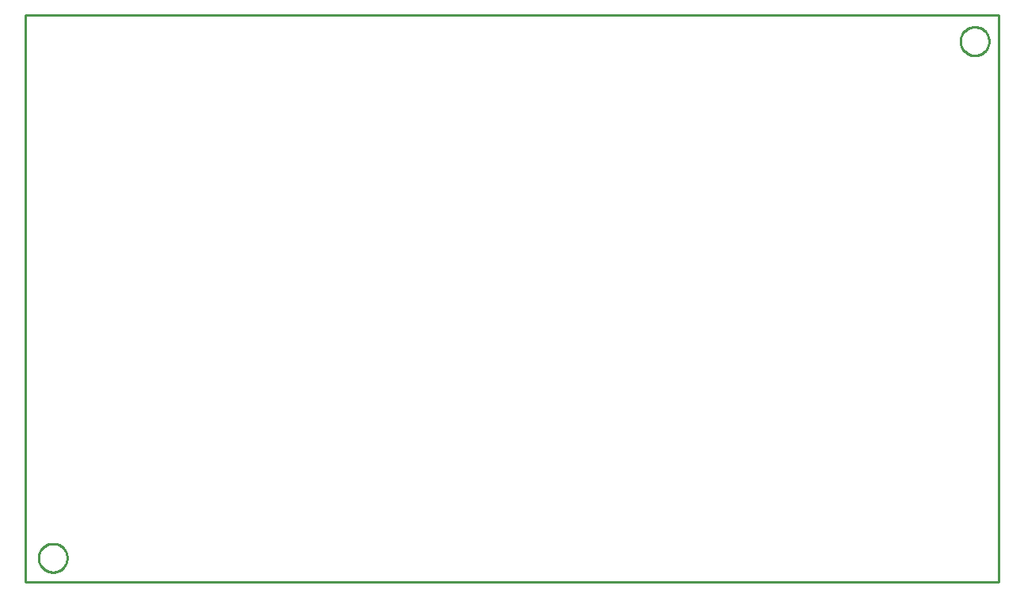
<source format=gko>
%FSDAX24Y24*%
%MOIN*%
%SFA1B1*%

%IPPOS*%
%ADD10C,0.010000*%
%LNde-220124-1*%
%LPD*%
G54D10*
X013902Y065900D02*
D01*
X013900Y065941*
X013896Y065983*
X013888Y066025*
X013878Y066065*
X013865Y066105*
X013849Y066144*
X013831Y066182*
X013810Y066219*
X013787Y066253*
X013761Y066286*
X013733Y066318*
X013702Y066347*
X013670Y066374*
X013636Y066399*
X013601Y066421*
X013563Y066441*
X013525Y066458*
X013486Y066472*
X013445Y066484*
X013404Y066492*
X013362Y066498*
X013321Y066501*
X013278*
X013237Y066498*
X013195Y066492*
X013154Y066484*
X013113Y066472*
X013074Y066458*
X013036Y066441*
X012999Y066421*
X012963Y066399*
X012929Y066374*
X012897Y066347*
X012866Y066318*
X012838Y066286*
X012812Y066253*
X012789Y066219*
X012768Y066182*
X012750Y066144*
X012734Y066105*
X012721Y066065*
X012711Y066025*
X012703Y065983*
X012699Y065941*
X012698Y065900*
X012699Y065858*
X012703Y065816*
X012711Y065774*
X012721Y065734*
X012734Y065694*
X012750Y065655*
X012768Y065617*
X012789Y065580*
X012812Y065546*
X012838Y065513*
X012866Y065481*
X012897Y065452*
X012929Y065425*
X012963Y065400*
X012999Y065378*
X013036Y065358*
X013074Y065341*
X013113Y065327*
X013154Y065315*
X013195Y065307*
X013237Y065301*
X013278Y065298*
X013321*
X013362Y065301*
X013404Y065307*
X013445Y065315*
X013486Y065327*
X013525Y065341*
X013563Y065358*
X013601Y065378*
X013636Y065400*
X013670Y065425*
X013702Y065452*
X013733Y065481*
X013761Y065513*
X013787Y065546*
X013810Y065580*
X013831Y065617*
X013849Y065655*
X013865Y065694*
X013878Y065734*
X013888Y065774*
X013896Y065816*
X013900Y065858*
X013902Y065900*
X052702Y087650D02*
D01*
X052700Y087691*
X052696Y087733*
X052688Y087775*
X052678Y087815*
X052665Y087855*
X052649Y087894*
X052631Y087932*
X052610Y087969*
X052587Y088003*
X052561Y088036*
X052533Y088068*
X052502Y088097*
X052470Y088124*
X052436Y088149*
X052401Y088171*
X052363Y088191*
X052325Y088208*
X052286Y088222*
X052245Y088234*
X052204Y088242*
X052162Y088248*
X052121Y088251*
X052078*
X052037Y088248*
X051995Y088242*
X051954Y088234*
X051913Y088222*
X051874Y088208*
X051836Y088191*
X051799Y088171*
X051763Y088149*
X051729Y088124*
X051697Y088097*
X051666Y088068*
X051638Y088036*
X051612Y088003*
X051589Y087969*
X051568Y087932*
X051550Y087894*
X051534Y087855*
X051521Y087815*
X051511Y087775*
X051503Y087733*
X051499Y087691*
X051498Y087650*
X051499Y087608*
X051503Y087566*
X051511Y087524*
X051521Y087484*
X051534Y087444*
X051550Y087405*
X051568Y087367*
X051589Y087330*
X051612Y087296*
X051638Y087263*
X051666Y087231*
X051697Y087202*
X051729Y087175*
X051763Y087150*
X051799Y087128*
X051836Y087108*
X051874Y087091*
X051913Y087077*
X051954Y087065*
X051995Y087057*
X052037Y087051*
X052078Y087048*
X052121*
X052162Y087051*
X052204Y087057*
X052245Y087065*
X052286Y087077*
X052325Y087091*
X052363Y087108*
X052401Y087128*
X052436Y087150*
X052470Y087175*
X052502Y087202*
X052533Y087231*
X052561Y087263*
X052587Y087296*
X052610Y087330*
X052631Y087367*
X052649Y087405*
X052665Y087444*
X052678Y087484*
X052688Y087524*
X052696Y087566*
X052700Y087608*
X052702Y087650*
X053100Y064900D02*
Y088750D01*
X012150Y064900D02*
X053100D01*
X012150Y088750D02*
X053100D01*
X012150Y064900D02*
Y088750D01*
M02*
</source>
